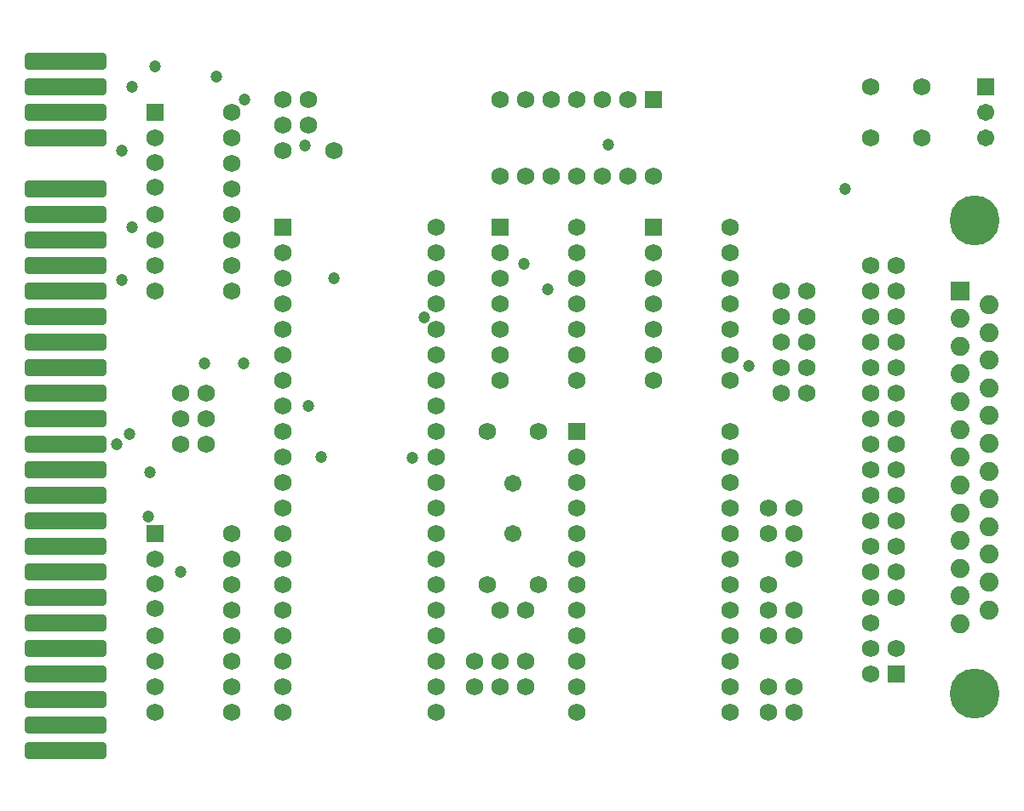
<source format=gbs>
G04 Layer_Color=16711935*
%FSLAX25Y25*%
%MOIN*%
G70*
G01*
G75*
G04:AMPARAMS|DCode=24|XSize=69.81mil|YSize=322.96mil|CornerRadius=19.45mil|HoleSize=0mil|Usage=FLASHONLY|Rotation=90.000|XOffset=0mil|YOffset=0mil|HoleType=Round|Shape=RoundedRectangle|*
%AMROUNDEDRECTD24*
21,1,0.06981,0.28406,0,0,90.0*
21,1,0.03091,0.32296,0,0,90.0*
1,1,0.03891,0.14203,0.01545*
1,1,0.03891,0.14203,-0.01545*
1,1,0.03891,-0.14203,-0.01545*
1,1,0.03891,-0.14203,0.01545*
%
%ADD24ROUNDEDRECTD24*%
%ADD25C,0.06800*%
%ADD26R,0.06800X0.06800*%
%ADD27C,0.07453*%
%ADD28R,0.07453X0.07453*%
%ADD29C,0.19540*%
%ADD30C,0.06706*%
%ADD31R,0.06706X0.06706*%
%ADD32R,0.06800X0.06800*%
%ADD33C,0.04737*%
D24*
X16000Y280000D02*
D03*
Y270000D02*
D03*
Y260000D02*
D03*
Y250000D02*
D03*
Y230000D02*
D03*
Y220000D02*
D03*
Y200000D02*
D03*
Y210000D02*
D03*
Y170000D02*
D03*
Y160000D02*
D03*
Y180000D02*
D03*
Y190000D02*
D03*
Y130000D02*
D03*
Y120000D02*
D03*
Y140000D02*
D03*
Y150000D02*
D03*
Y90000D02*
D03*
Y80000D02*
D03*
Y100000D02*
D03*
Y110000D02*
D03*
Y50000D02*
D03*
Y40000D02*
D03*
Y60000D02*
D03*
Y70000D02*
D03*
Y10000D02*
D03*
Y20000D02*
D03*
Y30000D02*
D03*
D25*
X341000Y200000D02*
D03*
X331000D02*
D03*
X341000Y50000D02*
D03*
X331000D02*
D03*
Y60000D02*
D03*
X341000Y70000D02*
D03*
Y80000D02*
D03*
X331000D02*
D03*
Y90000D02*
D03*
X341000Y100000D02*
D03*
Y110000D02*
D03*
X331000D02*
D03*
Y120000D02*
D03*
X341000Y130000D02*
D03*
Y140000D02*
D03*
X331000D02*
D03*
X341000Y150000D02*
D03*
X331000D02*
D03*
X341000Y160000D02*
D03*
X331000D02*
D03*
X341000Y170000D02*
D03*
X331000D02*
D03*
X341000Y180000D02*
D03*
X331000D02*
D03*
X341000Y190000D02*
D03*
X331000D02*
D03*
Y40000D02*
D03*
Y70000D02*
D03*
X341000Y90000D02*
D03*
X331000Y100000D02*
D03*
X341000Y120000D02*
D03*
X331000Y130000D02*
D03*
X306000Y150000D02*
D03*
X296000D02*
D03*
X306000Y160000D02*
D03*
X296000D02*
D03*
X306000Y170000D02*
D03*
X296000D02*
D03*
X306000Y180000D02*
D03*
X296000D02*
D03*
X306000Y190000D02*
D03*
X296000D02*
D03*
X331000Y250000D02*
D03*
X351000D02*
D03*
X331000Y270000D02*
D03*
X351000D02*
D03*
X196000Y65000D02*
D03*
X186000D02*
D03*
X276000Y125000D02*
D03*
Y95000D02*
D03*
Y65000D02*
D03*
Y35000D02*
D03*
X216000Y95000D02*
D03*
Y125000D02*
D03*
Y35000D02*
D03*
Y65000D02*
D03*
X276000Y135000D02*
D03*
Y115000D02*
D03*
Y105000D02*
D03*
Y85000D02*
D03*
Y75000D02*
D03*
Y55000D02*
D03*
Y45000D02*
D03*
Y25000D02*
D03*
X216000Y105000D02*
D03*
Y115000D02*
D03*
Y75000D02*
D03*
Y85000D02*
D03*
Y45000D02*
D03*
Y55000D02*
D03*
Y25000D02*
D03*
X246000Y165000D02*
D03*
Y155000D02*
D03*
Y195000D02*
D03*
Y185000D02*
D03*
X276000Y155000D02*
D03*
Y165000D02*
D03*
Y185000D02*
D03*
Y195000D02*
D03*
Y215000D02*
D03*
X246000Y175000D02*
D03*
Y205000D02*
D03*
X276000Y175000D02*
D03*
Y205000D02*
D03*
X186000Y165000D02*
D03*
Y155000D02*
D03*
Y195000D02*
D03*
Y185000D02*
D03*
X216000Y155000D02*
D03*
Y165000D02*
D03*
Y185000D02*
D03*
Y195000D02*
D03*
Y215000D02*
D03*
X186000Y175000D02*
D03*
Y205000D02*
D03*
X216000Y175000D02*
D03*
Y205000D02*
D03*
X101000Y35000D02*
D03*
Y25000D02*
D03*
Y65000D02*
D03*
Y55000D02*
D03*
Y95000D02*
D03*
Y85000D02*
D03*
Y125000D02*
D03*
Y115000D02*
D03*
Y155000D02*
D03*
Y145000D02*
D03*
Y185000D02*
D03*
Y175000D02*
D03*
Y205000D02*
D03*
X161000Y35000D02*
D03*
Y25000D02*
D03*
Y65000D02*
D03*
Y55000D02*
D03*
Y95000D02*
D03*
Y85000D02*
D03*
Y125000D02*
D03*
Y115000D02*
D03*
Y155000D02*
D03*
Y145000D02*
D03*
Y185000D02*
D03*
Y175000D02*
D03*
Y215000D02*
D03*
Y205000D02*
D03*
X101000Y45000D02*
D03*
Y75000D02*
D03*
Y105000D02*
D03*
Y135000D02*
D03*
Y165000D02*
D03*
Y195000D02*
D03*
X161000Y45000D02*
D03*
Y75000D02*
D03*
Y105000D02*
D03*
Y135000D02*
D03*
Y165000D02*
D03*
Y195000D02*
D03*
X81000Y85000D02*
D03*
Y55000D02*
D03*
Y25000D02*
D03*
X51000Y85000D02*
D03*
Y25000D02*
D03*
Y55000D02*
D03*
X81000Y95000D02*
D03*
Y75000D02*
D03*
Y65000D02*
D03*
Y35000D02*
D03*
Y45000D02*
D03*
X51000Y65473D02*
D03*
Y75315D02*
D03*
Y35000D02*
D03*
Y45000D02*
D03*
X81000Y250000D02*
D03*
Y220000D02*
D03*
Y190000D02*
D03*
X51000Y250000D02*
D03*
Y190000D02*
D03*
Y220000D02*
D03*
X81000Y260000D02*
D03*
Y240000D02*
D03*
Y230000D02*
D03*
Y200000D02*
D03*
Y210000D02*
D03*
X51000Y230472D02*
D03*
Y240315D02*
D03*
Y200000D02*
D03*
Y210000D02*
D03*
X101000Y265000D02*
D03*
X111000D02*
D03*
Y255000D02*
D03*
X101000D02*
D03*
X121000Y245000D02*
D03*
X101000D02*
D03*
X61000Y130000D02*
D03*
X71000D02*
D03*
X61000Y140000D02*
D03*
X71000D02*
D03*
X186000Y45000D02*
D03*
Y35000D02*
D03*
X176000D02*
D03*
Y45000D02*
D03*
X71000Y150000D02*
D03*
X61000D02*
D03*
X196000Y45000D02*
D03*
Y35000D02*
D03*
X201000Y75000D02*
D03*
X181000D02*
D03*
X201000Y135000D02*
D03*
X181000D02*
D03*
X291000Y25000D02*
D03*
X301000D02*
D03*
X291000Y35000D02*
D03*
Y55000D02*
D03*
X301000Y35000D02*
D03*
Y55000D02*
D03*
X291000Y75000D02*
D03*
Y65000D02*
D03*
X301000D02*
D03*
Y85000D02*
D03*
X291000Y105000D02*
D03*
Y95000D02*
D03*
X301000Y105000D02*
D03*
Y95000D02*
D03*
X196000Y265000D02*
D03*
X186000D02*
D03*
X226000D02*
D03*
X216000D02*
D03*
X186000Y235000D02*
D03*
X196000D02*
D03*
X216000D02*
D03*
X226000D02*
D03*
X246000D02*
D03*
X206000Y265000D02*
D03*
X236000D02*
D03*
X206000Y235000D02*
D03*
X236000D02*
D03*
D26*
X341000Y40000D02*
D03*
X216000Y135000D02*
D03*
X246000Y215000D02*
D03*
X186000D02*
D03*
X101000D02*
D03*
X51000Y95000D02*
D03*
Y260000D02*
D03*
D27*
X366000Y59559D02*
D03*
X377181Y64994D02*
D03*
X366000Y70429D02*
D03*
X377181Y75864D02*
D03*
X366000Y81299D02*
D03*
X377181Y86734D02*
D03*
X366000Y92169D02*
D03*
X377181Y97604D02*
D03*
X366000Y103040D02*
D03*
X377181Y108475D02*
D03*
X366000Y113909D02*
D03*
X377181Y119344D02*
D03*
X366000Y124779D02*
D03*
X377181Y130215D02*
D03*
X366000Y135650D02*
D03*
X377181Y141085D02*
D03*
X366000Y146520D02*
D03*
X377181Y151955D02*
D03*
X366000Y157390D02*
D03*
X377181Y162825D02*
D03*
X366000Y168260D02*
D03*
X377181Y173695D02*
D03*
X366000Y179130D02*
D03*
X377181Y184565D02*
D03*
D28*
X366000Y190000D02*
D03*
D29*
X371591Y217402D02*
D03*
Y32157D02*
D03*
D30*
X376000Y250000D02*
D03*
Y260000D02*
D03*
X191000Y114685D02*
D03*
Y95000D02*
D03*
D31*
X376000Y270000D02*
D03*
D32*
X246000Y265000D02*
D03*
D33*
X116000Y125000D02*
D03*
X121000Y195000D02*
D03*
X321000Y230000D02*
D03*
X85600Y161600D02*
D03*
X283100Y160400D02*
D03*
X156400Y179600D02*
D03*
X228300Y247300D02*
D03*
X151600Y124400D02*
D03*
X204600Y190425D02*
D03*
X195100Y200400D02*
D03*
X109600Y247000D02*
D03*
X37900Y244900D02*
D03*
X70400Y161700D02*
D03*
X37900Y194200D02*
D03*
X48200Y101500D02*
D03*
X111000Y145000D02*
D03*
X86000Y265000D02*
D03*
X61000Y80000D02*
D03*
X42000Y270000D02*
D03*
X51000Y278000D02*
D03*
X49000Y119000D02*
D03*
X41000Y134000D02*
D03*
X36000Y130000D02*
D03*
X42000Y215000D02*
D03*
X75000Y274000D02*
D03*
M02*

</source>
